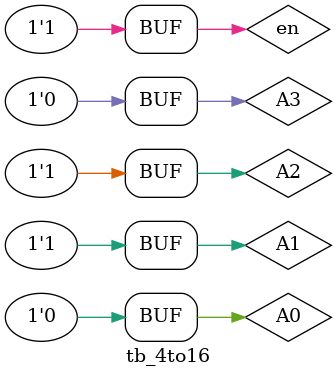
<source format=v>
`timescale 1ns / 1ps


module tb_4to16();
reg A0, A1, A2, A3, en;
wire D15, D14, D13, D12, D11, D10, D9, D8, D7, D6, D5, D4, D3, D2, D1, D0;

four_to_sixteen_decoder fsd(A0, A1, A2, A3, en, D15, D14, D13, D12, D11, D10, D9, D8, D7, D6, D5, D4, D3, D2, D1, D0);

initial
begin
 #10 A0 = 1; A1 = 0; A2 = 1; A3 = 0; en = 0;
 #10 A0 = 0; A1 = 0; A2 = 0; A3 = 0; en = 1;
 #10 A0 = 1; A1 = 0; A2 = 0; A3 = 0; en = 1;
 #10 A0 = 0; A1 = 1; A2 = 1; A3 = 0; en = 1;
end
endmodule

</source>
